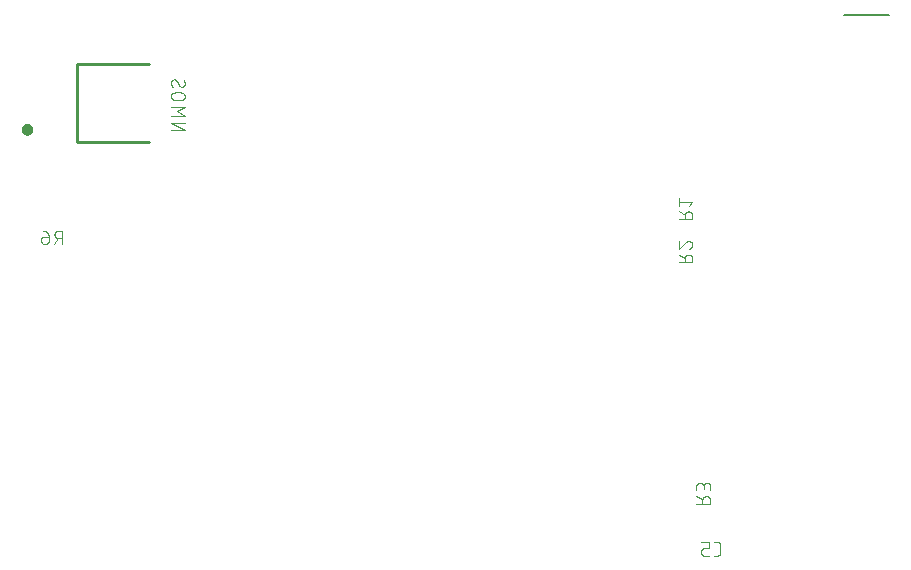
<source format=gbr>
G04 EAGLE Gerber RS-274X export*
G75*
%MOMM*%
%FSLAX34Y34*%
%LPD*%
%INSilkscreen Bottom*%
%IPPOS*%
%AMOC8*
5,1,8,0,0,1.08239X$1,22.5*%
G01*
%ADD10C,0.101600*%
%ADD11C,0.203200*%
%ADD12C,0.254000*%
%ADD13C,0.500000*%


D10*
X592999Y472308D02*
X595596Y472308D01*
X595695Y472310D01*
X595795Y472316D01*
X595894Y472325D01*
X595992Y472338D01*
X596090Y472355D01*
X596188Y472376D01*
X596284Y472401D01*
X596379Y472429D01*
X596473Y472461D01*
X596566Y472496D01*
X596658Y472535D01*
X596748Y472578D01*
X596836Y472623D01*
X596923Y472673D01*
X597007Y472725D01*
X597090Y472781D01*
X597170Y472839D01*
X597248Y472901D01*
X597323Y472966D01*
X597396Y473034D01*
X597466Y473104D01*
X597534Y473177D01*
X597599Y473252D01*
X597661Y473330D01*
X597719Y473410D01*
X597775Y473493D01*
X597827Y473577D01*
X597877Y473664D01*
X597922Y473752D01*
X597965Y473842D01*
X598004Y473934D01*
X598039Y474027D01*
X598071Y474121D01*
X598099Y474216D01*
X598124Y474312D01*
X598145Y474410D01*
X598162Y474508D01*
X598175Y474606D01*
X598184Y474705D01*
X598190Y474805D01*
X598192Y474904D01*
X598192Y481395D01*
X598190Y481494D01*
X598184Y481594D01*
X598175Y481693D01*
X598162Y481791D01*
X598145Y481889D01*
X598124Y481987D01*
X598099Y482083D01*
X598071Y482178D01*
X598039Y482272D01*
X598004Y482365D01*
X597965Y482457D01*
X597922Y482547D01*
X597877Y482635D01*
X597827Y482722D01*
X597775Y482806D01*
X597719Y482889D01*
X597661Y482969D01*
X597599Y483047D01*
X597534Y483122D01*
X597466Y483195D01*
X597396Y483265D01*
X597323Y483333D01*
X597248Y483398D01*
X597170Y483460D01*
X597090Y483518D01*
X597007Y483574D01*
X596923Y483626D01*
X596836Y483676D01*
X596748Y483721D01*
X596658Y483764D01*
X596566Y483803D01*
X596473Y483838D01*
X596379Y483870D01*
X596284Y483898D01*
X596188Y483923D01*
X596090Y483944D01*
X595992Y483961D01*
X595894Y483974D01*
X595795Y483983D01*
X595695Y483989D01*
X595596Y483991D01*
X595596Y483992D02*
X592999Y483992D01*
X588634Y472308D02*
X584739Y472308D01*
X584640Y472310D01*
X584540Y472316D01*
X584441Y472325D01*
X584343Y472338D01*
X584245Y472355D01*
X584147Y472376D01*
X584051Y472401D01*
X583956Y472429D01*
X583862Y472461D01*
X583769Y472496D01*
X583677Y472535D01*
X583587Y472578D01*
X583499Y472623D01*
X583412Y472673D01*
X583328Y472725D01*
X583245Y472781D01*
X583165Y472839D01*
X583087Y472901D01*
X583012Y472966D01*
X582939Y473034D01*
X582869Y473104D01*
X582801Y473177D01*
X582736Y473252D01*
X582674Y473330D01*
X582616Y473410D01*
X582560Y473493D01*
X582508Y473577D01*
X582458Y473664D01*
X582413Y473752D01*
X582370Y473842D01*
X582331Y473934D01*
X582296Y474027D01*
X582264Y474121D01*
X582236Y474216D01*
X582211Y474312D01*
X582190Y474410D01*
X582173Y474508D01*
X582160Y474606D01*
X582151Y474705D01*
X582145Y474805D01*
X582143Y474904D01*
X582143Y476203D01*
X582145Y476302D01*
X582151Y476402D01*
X582160Y476501D01*
X582173Y476599D01*
X582190Y476697D01*
X582211Y476795D01*
X582236Y476891D01*
X582264Y476986D01*
X582296Y477080D01*
X582331Y477173D01*
X582370Y477265D01*
X582413Y477355D01*
X582458Y477443D01*
X582508Y477530D01*
X582560Y477614D01*
X582616Y477697D01*
X582674Y477777D01*
X582736Y477855D01*
X582801Y477930D01*
X582869Y478003D01*
X582939Y478073D01*
X583012Y478141D01*
X583087Y478206D01*
X583165Y478268D01*
X583245Y478326D01*
X583328Y478382D01*
X583412Y478434D01*
X583499Y478484D01*
X583587Y478529D01*
X583677Y478572D01*
X583769Y478611D01*
X583862Y478646D01*
X583956Y478678D01*
X584051Y478706D01*
X584147Y478731D01*
X584245Y478752D01*
X584343Y478769D01*
X584441Y478782D01*
X584540Y478791D01*
X584640Y478797D01*
X584739Y478799D01*
X588634Y478799D01*
X588634Y483992D01*
X582143Y483992D01*
D11*
X702850Y930600D02*
X740950Y930600D01*
D10*
X574692Y757345D02*
X563008Y757345D01*
X574692Y757345D02*
X574692Y760590D01*
X574690Y760703D01*
X574684Y760816D01*
X574674Y760929D01*
X574660Y761042D01*
X574643Y761154D01*
X574621Y761265D01*
X574596Y761375D01*
X574566Y761485D01*
X574533Y761593D01*
X574496Y761700D01*
X574456Y761806D01*
X574411Y761910D01*
X574363Y762013D01*
X574312Y762114D01*
X574257Y762213D01*
X574199Y762310D01*
X574137Y762405D01*
X574072Y762498D01*
X574004Y762588D01*
X573933Y762676D01*
X573858Y762762D01*
X573781Y762845D01*
X573701Y762925D01*
X573618Y763002D01*
X573532Y763077D01*
X573444Y763148D01*
X573354Y763216D01*
X573261Y763281D01*
X573166Y763343D01*
X573069Y763401D01*
X572970Y763456D01*
X572869Y763507D01*
X572766Y763555D01*
X572662Y763600D01*
X572556Y763640D01*
X572449Y763677D01*
X572341Y763710D01*
X572231Y763740D01*
X572121Y763765D01*
X572010Y763787D01*
X571898Y763804D01*
X571785Y763818D01*
X571672Y763828D01*
X571559Y763834D01*
X571446Y763836D01*
X571333Y763834D01*
X571220Y763828D01*
X571107Y763818D01*
X570994Y763804D01*
X570882Y763787D01*
X570771Y763765D01*
X570661Y763740D01*
X570551Y763710D01*
X570443Y763677D01*
X570336Y763640D01*
X570230Y763600D01*
X570126Y763555D01*
X570023Y763507D01*
X569922Y763456D01*
X569823Y763401D01*
X569726Y763343D01*
X569631Y763281D01*
X569538Y763216D01*
X569448Y763148D01*
X569360Y763077D01*
X569274Y763002D01*
X569191Y762925D01*
X569111Y762845D01*
X569034Y762762D01*
X568959Y762676D01*
X568888Y762588D01*
X568820Y762498D01*
X568755Y762405D01*
X568693Y762310D01*
X568635Y762213D01*
X568580Y762114D01*
X568529Y762013D01*
X568481Y761910D01*
X568436Y761806D01*
X568396Y761700D01*
X568359Y761593D01*
X568326Y761485D01*
X568296Y761375D01*
X568271Y761265D01*
X568249Y761154D01*
X568232Y761042D01*
X568218Y760929D01*
X568208Y760816D01*
X568202Y760703D01*
X568200Y760590D01*
X568201Y760590D02*
X568201Y757345D01*
X568201Y761239D02*
X563008Y763836D01*
X572096Y768701D02*
X574692Y771946D01*
X563008Y771946D01*
X563008Y768701D02*
X563008Y775192D01*
X563008Y720845D02*
X574692Y720845D01*
X574692Y724090D01*
X574690Y724203D01*
X574684Y724316D01*
X574674Y724429D01*
X574660Y724542D01*
X574643Y724654D01*
X574621Y724765D01*
X574596Y724875D01*
X574566Y724985D01*
X574533Y725093D01*
X574496Y725200D01*
X574456Y725306D01*
X574411Y725410D01*
X574363Y725513D01*
X574312Y725614D01*
X574257Y725713D01*
X574199Y725810D01*
X574137Y725905D01*
X574072Y725998D01*
X574004Y726088D01*
X573933Y726176D01*
X573858Y726262D01*
X573781Y726345D01*
X573701Y726425D01*
X573618Y726502D01*
X573532Y726577D01*
X573444Y726648D01*
X573354Y726716D01*
X573261Y726781D01*
X573166Y726843D01*
X573069Y726901D01*
X572970Y726956D01*
X572869Y727007D01*
X572766Y727055D01*
X572662Y727100D01*
X572556Y727140D01*
X572449Y727177D01*
X572341Y727210D01*
X572231Y727240D01*
X572121Y727265D01*
X572010Y727287D01*
X571898Y727304D01*
X571785Y727318D01*
X571672Y727328D01*
X571559Y727334D01*
X571446Y727336D01*
X571333Y727334D01*
X571220Y727328D01*
X571107Y727318D01*
X570994Y727304D01*
X570882Y727287D01*
X570771Y727265D01*
X570661Y727240D01*
X570551Y727210D01*
X570443Y727177D01*
X570336Y727140D01*
X570230Y727100D01*
X570126Y727055D01*
X570023Y727007D01*
X569922Y726956D01*
X569823Y726901D01*
X569726Y726843D01*
X569631Y726781D01*
X569538Y726716D01*
X569448Y726648D01*
X569360Y726577D01*
X569274Y726502D01*
X569191Y726425D01*
X569111Y726345D01*
X569034Y726262D01*
X568959Y726176D01*
X568888Y726088D01*
X568820Y725998D01*
X568755Y725905D01*
X568693Y725810D01*
X568635Y725713D01*
X568580Y725614D01*
X568529Y725513D01*
X568481Y725410D01*
X568436Y725306D01*
X568396Y725200D01*
X568359Y725093D01*
X568326Y724985D01*
X568296Y724875D01*
X568271Y724765D01*
X568249Y724654D01*
X568232Y724542D01*
X568218Y724429D01*
X568208Y724316D01*
X568202Y724203D01*
X568200Y724090D01*
X568201Y724090D02*
X568201Y720845D01*
X568201Y724739D02*
X563008Y727336D01*
X571771Y738692D02*
X571878Y738690D01*
X571984Y738684D01*
X572090Y738674D01*
X572196Y738661D01*
X572302Y738643D01*
X572406Y738622D01*
X572510Y738597D01*
X572613Y738568D01*
X572714Y738536D01*
X572814Y738499D01*
X572913Y738459D01*
X573011Y738416D01*
X573107Y738369D01*
X573201Y738318D01*
X573293Y738264D01*
X573383Y738207D01*
X573471Y738147D01*
X573556Y738083D01*
X573639Y738016D01*
X573720Y737946D01*
X573798Y737874D01*
X573874Y737798D01*
X573946Y737720D01*
X574016Y737639D01*
X574083Y737556D01*
X574147Y737471D01*
X574207Y737383D01*
X574264Y737293D01*
X574318Y737201D01*
X574369Y737107D01*
X574416Y737011D01*
X574459Y736913D01*
X574499Y736814D01*
X574536Y736714D01*
X574568Y736613D01*
X574597Y736510D01*
X574622Y736406D01*
X574643Y736302D01*
X574661Y736196D01*
X574674Y736090D01*
X574684Y735984D01*
X574690Y735878D01*
X574692Y735771D01*
X574690Y735650D01*
X574684Y735529D01*
X574674Y735409D01*
X574661Y735288D01*
X574643Y735169D01*
X574622Y735049D01*
X574597Y734931D01*
X574568Y734814D01*
X574535Y734697D01*
X574499Y734582D01*
X574458Y734468D01*
X574415Y734355D01*
X574367Y734243D01*
X574316Y734134D01*
X574261Y734026D01*
X574203Y733919D01*
X574142Y733815D01*
X574077Y733713D01*
X574009Y733613D01*
X573938Y733515D01*
X573864Y733419D01*
X573787Y733326D01*
X573706Y733236D01*
X573623Y733148D01*
X573537Y733063D01*
X573448Y732980D01*
X573357Y732901D01*
X573263Y732824D01*
X573167Y732751D01*
X573069Y732681D01*
X572968Y732614D01*
X572865Y732550D01*
X572760Y732490D01*
X572653Y732433D01*
X572545Y732379D01*
X572435Y732329D01*
X572323Y732283D01*
X572210Y732240D01*
X572095Y732201D01*
X569499Y737719D02*
X569576Y737798D01*
X569657Y737874D01*
X569740Y737947D01*
X569825Y738017D01*
X569913Y738084D01*
X570003Y738148D01*
X570095Y738208D01*
X570190Y738265D01*
X570286Y738319D01*
X570384Y738370D01*
X570484Y738417D01*
X570586Y738461D01*
X570689Y738501D01*
X570793Y738537D01*
X570899Y738569D01*
X571005Y738598D01*
X571113Y738623D01*
X571221Y738645D01*
X571331Y738662D01*
X571440Y738676D01*
X571550Y738685D01*
X571661Y738691D01*
X571771Y738693D01*
X569499Y737718D02*
X563008Y732201D01*
X563008Y738692D01*
X578008Y516345D02*
X589692Y516345D01*
X589692Y519590D01*
X589690Y519703D01*
X589684Y519816D01*
X589674Y519929D01*
X589660Y520042D01*
X589643Y520154D01*
X589621Y520265D01*
X589596Y520375D01*
X589566Y520485D01*
X589533Y520593D01*
X589496Y520700D01*
X589456Y520806D01*
X589411Y520910D01*
X589363Y521013D01*
X589312Y521114D01*
X589257Y521213D01*
X589199Y521310D01*
X589137Y521405D01*
X589072Y521498D01*
X589004Y521588D01*
X588933Y521676D01*
X588858Y521762D01*
X588781Y521845D01*
X588701Y521925D01*
X588618Y522002D01*
X588532Y522077D01*
X588444Y522148D01*
X588354Y522216D01*
X588261Y522281D01*
X588166Y522343D01*
X588069Y522401D01*
X587970Y522456D01*
X587869Y522507D01*
X587766Y522555D01*
X587662Y522600D01*
X587556Y522640D01*
X587449Y522677D01*
X587341Y522710D01*
X587231Y522740D01*
X587121Y522765D01*
X587010Y522787D01*
X586898Y522804D01*
X586785Y522818D01*
X586672Y522828D01*
X586559Y522834D01*
X586446Y522836D01*
X586333Y522834D01*
X586220Y522828D01*
X586107Y522818D01*
X585994Y522804D01*
X585882Y522787D01*
X585771Y522765D01*
X585661Y522740D01*
X585551Y522710D01*
X585443Y522677D01*
X585336Y522640D01*
X585230Y522600D01*
X585126Y522555D01*
X585023Y522507D01*
X584922Y522456D01*
X584823Y522401D01*
X584726Y522343D01*
X584631Y522281D01*
X584538Y522216D01*
X584448Y522148D01*
X584360Y522077D01*
X584274Y522002D01*
X584191Y521925D01*
X584111Y521845D01*
X584034Y521762D01*
X583959Y521676D01*
X583888Y521588D01*
X583820Y521498D01*
X583755Y521405D01*
X583693Y521310D01*
X583635Y521213D01*
X583580Y521114D01*
X583529Y521013D01*
X583481Y520910D01*
X583436Y520806D01*
X583396Y520700D01*
X583359Y520593D01*
X583326Y520485D01*
X583296Y520375D01*
X583271Y520265D01*
X583249Y520154D01*
X583232Y520042D01*
X583218Y519929D01*
X583208Y519816D01*
X583202Y519703D01*
X583200Y519590D01*
X583201Y519590D02*
X583201Y516345D01*
X583201Y520239D02*
X578008Y522836D01*
X578008Y527701D02*
X578008Y530946D01*
X578010Y531059D01*
X578016Y531172D01*
X578026Y531285D01*
X578040Y531398D01*
X578057Y531510D01*
X578079Y531621D01*
X578104Y531731D01*
X578134Y531841D01*
X578167Y531949D01*
X578204Y532056D01*
X578244Y532162D01*
X578289Y532266D01*
X578337Y532369D01*
X578388Y532470D01*
X578443Y532569D01*
X578501Y532666D01*
X578563Y532761D01*
X578628Y532854D01*
X578696Y532944D01*
X578767Y533032D01*
X578842Y533118D01*
X578919Y533201D01*
X578999Y533281D01*
X579082Y533358D01*
X579168Y533433D01*
X579256Y533504D01*
X579346Y533572D01*
X579439Y533637D01*
X579534Y533699D01*
X579631Y533757D01*
X579730Y533812D01*
X579831Y533863D01*
X579934Y533911D01*
X580038Y533956D01*
X580144Y533996D01*
X580251Y534033D01*
X580359Y534066D01*
X580469Y534096D01*
X580579Y534121D01*
X580690Y534143D01*
X580802Y534160D01*
X580915Y534174D01*
X581028Y534184D01*
X581141Y534190D01*
X581254Y534192D01*
X581367Y534190D01*
X581480Y534184D01*
X581593Y534174D01*
X581706Y534160D01*
X581818Y534143D01*
X581929Y534121D01*
X582039Y534096D01*
X582149Y534066D01*
X582257Y534033D01*
X582364Y533996D01*
X582470Y533956D01*
X582574Y533911D01*
X582677Y533863D01*
X582778Y533812D01*
X582877Y533757D01*
X582974Y533699D01*
X583069Y533637D01*
X583162Y533572D01*
X583252Y533504D01*
X583340Y533433D01*
X583426Y533358D01*
X583509Y533281D01*
X583589Y533201D01*
X583666Y533118D01*
X583741Y533032D01*
X583812Y532944D01*
X583880Y532854D01*
X583945Y532761D01*
X584007Y532666D01*
X584065Y532569D01*
X584120Y532470D01*
X584171Y532369D01*
X584219Y532266D01*
X584264Y532162D01*
X584304Y532056D01*
X584341Y531949D01*
X584374Y531841D01*
X584404Y531731D01*
X584429Y531621D01*
X584451Y531510D01*
X584468Y531398D01*
X584482Y531285D01*
X584492Y531172D01*
X584498Y531059D01*
X584500Y530946D01*
X589692Y531596D02*
X589692Y527701D01*
X589692Y531596D02*
X589690Y531697D01*
X589684Y531797D01*
X589674Y531897D01*
X589661Y531997D01*
X589643Y532096D01*
X589622Y532195D01*
X589597Y532292D01*
X589568Y532389D01*
X589535Y532484D01*
X589499Y532578D01*
X589459Y532670D01*
X589416Y532761D01*
X589369Y532850D01*
X589319Y532937D01*
X589265Y533023D01*
X589208Y533106D01*
X589148Y533186D01*
X589085Y533265D01*
X589018Y533341D01*
X588949Y533414D01*
X588877Y533484D01*
X588803Y533552D01*
X588726Y533617D01*
X588646Y533678D01*
X588564Y533737D01*
X588480Y533792D01*
X588394Y533844D01*
X588306Y533893D01*
X588216Y533938D01*
X588124Y533980D01*
X588031Y534018D01*
X587936Y534052D01*
X587841Y534083D01*
X587744Y534110D01*
X587646Y534133D01*
X587547Y534153D01*
X587447Y534168D01*
X587347Y534180D01*
X587247Y534188D01*
X587146Y534192D01*
X587046Y534192D01*
X586945Y534188D01*
X586845Y534180D01*
X586745Y534168D01*
X586645Y534153D01*
X586546Y534133D01*
X586448Y534110D01*
X586351Y534083D01*
X586256Y534052D01*
X586161Y534018D01*
X586068Y533980D01*
X585976Y533938D01*
X585886Y533893D01*
X585798Y533844D01*
X585712Y533792D01*
X585628Y533737D01*
X585546Y533678D01*
X585466Y533617D01*
X585389Y533552D01*
X585315Y533484D01*
X585243Y533414D01*
X585174Y533341D01*
X585107Y533265D01*
X585044Y533186D01*
X584984Y533106D01*
X584927Y533023D01*
X584873Y532937D01*
X584823Y532850D01*
X584776Y532761D01*
X584733Y532670D01*
X584693Y532578D01*
X584657Y532484D01*
X584624Y532389D01*
X584595Y532292D01*
X584570Y532195D01*
X584549Y532096D01*
X584531Y531997D01*
X584518Y531897D01*
X584508Y531797D01*
X584502Y531697D01*
X584500Y531596D01*
X584499Y531596D02*
X584499Y528999D01*
X41155Y736008D02*
X41155Y747692D01*
X37910Y747692D01*
X37797Y747690D01*
X37684Y747684D01*
X37571Y747674D01*
X37458Y747660D01*
X37346Y747643D01*
X37235Y747621D01*
X37125Y747596D01*
X37015Y747566D01*
X36907Y747533D01*
X36800Y747496D01*
X36694Y747456D01*
X36590Y747411D01*
X36487Y747363D01*
X36386Y747312D01*
X36287Y747257D01*
X36190Y747199D01*
X36095Y747137D01*
X36002Y747072D01*
X35912Y747004D01*
X35824Y746933D01*
X35738Y746858D01*
X35655Y746781D01*
X35575Y746701D01*
X35498Y746618D01*
X35423Y746532D01*
X35352Y746444D01*
X35284Y746354D01*
X35219Y746261D01*
X35157Y746166D01*
X35099Y746069D01*
X35044Y745970D01*
X34993Y745869D01*
X34945Y745766D01*
X34900Y745662D01*
X34860Y745556D01*
X34823Y745449D01*
X34790Y745341D01*
X34760Y745231D01*
X34735Y745121D01*
X34713Y745010D01*
X34696Y744898D01*
X34682Y744785D01*
X34672Y744672D01*
X34666Y744559D01*
X34664Y744446D01*
X34666Y744333D01*
X34672Y744220D01*
X34682Y744107D01*
X34696Y743994D01*
X34713Y743882D01*
X34735Y743771D01*
X34760Y743661D01*
X34790Y743551D01*
X34823Y743443D01*
X34860Y743336D01*
X34900Y743230D01*
X34945Y743126D01*
X34993Y743023D01*
X35044Y742922D01*
X35099Y742823D01*
X35157Y742726D01*
X35219Y742631D01*
X35284Y742538D01*
X35352Y742448D01*
X35423Y742360D01*
X35498Y742274D01*
X35575Y742191D01*
X35655Y742111D01*
X35738Y742034D01*
X35824Y741959D01*
X35912Y741888D01*
X36002Y741820D01*
X36095Y741755D01*
X36190Y741693D01*
X36287Y741635D01*
X36386Y741580D01*
X36487Y741529D01*
X36590Y741481D01*
X36694Y741436D01*
X36800Y741396D01*
X36907Y741359D01*
X37015Y741326D01*
X37125Y741296D01*
X37235Y741271D01*
X37346Y741249D01*
X37458Y741232D01*
X37571Y741218D01*
X37684Y741208D01*
X37797Y741202D01*
X37910Y741200D01*
X37910Y741201D02*
X41155Y741201D01*
X37261Y741201D02*
X34664Y736008D01*
X29799Y742499D02*
X25904Y742499D01*
X25805Y742497D01*
X25705Y742491D01*
X25606Y742482D01*
X25508Y742469D01*
X25410Y742452D01*
X25312Y742431D01*
X25216Y742406D01*
X25121Y742378D01*
X25027Y742346D01*
X24934Y742311D01*
X24842Y742272D01*
X24752Y742229D01*
X24664Y742184D01*
X24577Y742134D01*
X24493Y742082D01*
X24410Y742026D01*
X24330Y741968D01*
X24252Y741906D01*
X24177Y741841D01*
X24104Y741773D01*
X24034Y741703D01*
X23966Y741630D01*
X23901Y741555D01*
X23839Y741477D01*
X23781Y741397D01*
X23725Y741314D01*
X23673Y741230D01*
X23623Y741143D01*
X23578Y741055D01*
X23535Y740965D01*
X23496Y740873D01*
X23461Y740780D01*
X23429Y740686D01*
X23401Y740591D01*
X23376Y740495D01*
X23355Y740397D01*
X23338Y740299D01*
X23325Y740201D01*
X23316Y740102D01*
X23310Y740002D01*
X23308Y739903D01*
X23308Y739254D01*
X23310Y739141D01*
X23316Y739028D01*
X23326Y738915D01*
X23340Y738802D01*
X23357Y738690D01*
X23379Y738579D01*
X23404Y738469D01*
X23434Y738359D01*
X23467Y738251D01*
X23504Y738144D01*
X23544Y738038D01*
X23589Y737934D01*
X23637Y737831D01*
X23688Y737730D01*
X23743Y737631D01*
X23801Y737534D01*
X23863Y737439D01*
X23928Y737346D01*
X23996Y737256D01*
X24067Y737168D01*
X24142Y737082D01*
X24219Y736999D01*
X24299Y736919D01*
X24382Y736842D01*
X24468Y736767D01*
X24556Y736696D01*
X24646Y736628D01*
X24739Y736563D01*
X24834Y736501D01*
X24931Y736443D01*
X25030Y736388D01*
X25131Y736337D01*
X25234Y736289D01*
X25338Y736244D01*
X25444Y736204D01*
X25551Y736167D01*
X25659Y736134D01*
X25769Y736104D01*
X25879Y736079D01*
X25990Y736057D01*
X26102Y736040D01*
X26215Y736026D01*
X26328Y736016D01*
X26441Y736010D01*
X26554Y736008D01*
X26667Y736010D01*
X26780Y736016D01*
X26893Y736026D01*
X27006Y736040D01*
X27118Y736057D01*
X27229Y736079D01*
X27339Y736104D01*
X27449Y736134D01*
X27557Y736167D01*
X27664Y736204D01*
X27770Y736244D01*
X27874Y736289D01*
X27977Y736337D01*
X28078Y736388D01*
X28177Y736443D01*
X28274Y736501D01*
X28369Y736563D01*
X28462Y736628D01*
X28552Y736696D01*
X28640Y736767D01*
X28726Y736842D01*
X28809Y736919D01*
X28889Y736999D01*
X28966Y737082D01*
X29041Y737168D01*
X29112Y737256D01*
X29180Y737346D01*
X29245Y737439D01*
X29307Y737534D01*
X29365Y737631D01*
X29420Y737730D01*
X29471Y737831D01*
X29519Y737934D01*
X29564Y738038D01*
X29604Y738144D01*
X29641Y738251D01*
X29674Y738359D01*
X29704Y738469D01*
X29729Y738579D01*
X29751Y738690D01*
X29768Y738802D01*
X29782Y738915D01*
X29792Y739028D01*
X29798Y739141D01*
X29800Y739254D01*
X29799Y739254D02*
X29799Y742499D01*
X29797Y742642D01*
X29791Y742785D01*
X29781Y742928D01*
X29767Y743070D01*
X29750Y743212D01*
X29728Y743354D01*
X29703Y743495D01*
X29673Y743635D01*
X29640Y743774D01*
X29603Y743912D01*
X29562Y744049D01*
X29518Y744185D01*
X29469Y744320D01*
X29417Y744453D01*
X29362Y744585D01*
X29302Y744715D01*
X29239Y744844D01*
X29173Y744971D01*
X29103Y745096D01*
X29030Y745218D01*
X28953Y745339D01*
X28873Y745458D01*
X28790Y745574D01*
X28704Y745689D01*
X28615Y745800D01*
X28522Y745910D01*
X28427Y746016D01*
X28328Y746120D01*
X28227Y746221D01*
X28123Y746320D01*
X28017Y746415D01*
X27907Y746508D01*
X27796Y746597D01*
X27681Y746683D01*
X27565Y746766D01*
X27446Y746846D01*
X27325Y746923D01*
X27203Y746996D01*
X27078Y747066D01*
X26951Y747132D01*
X26822Y747195D01*
X26692Y747255D01*
X26560Y747310D01*
X26427Y747362D01*
X26292Y747411D01*
X26156Y747455D01*
X26019Y747496D01*
X25881Y747533D01*
X25742Y747566D01*
X25602Y747596D01*
X25461Y747621D01*
X25319Y747643D01*
X25177Y747660D01*
X25035Y747674D01*
X24892Y747684D01*
X24749Y747690D01*
X24606Y747692D01*
D12*
X54000Y823000D02*
X115000Y823000D01*
X54000Y823000D02*
X54000Y889000D01*
X115000Y889000D01*
D13*
X9411Y833090D02*
X9413Y833189D01*
X9419Y833287D01*
X9429Y833385D01*
X9443Y833483D01*
X9460Y833580D01*
X9482Y833676D01*
X9508Y833771D01*
X9537Y833866D01*
X9570Y833958D01*
X9607Y834050D01*
X9647Y834140D01*
X9692Y834228D01*
X9739Y834314D01*
X9790Y834399D01*
X9845Y834481D01*
X9902Y834561D01*
X9963Y834639D01*
X10027Y834714D01*
X10094Y834786D01*
X10164Y834856D01*
X10236Y834923D01*
X10311Y834987D01*
X10389Y835048D01*
X10469Y835105D01*
X10551Y835160D01*
X10635Y835211D01*
X10722Y835258D01*
X10810Y835303D01*
X10900Y835343D01*
X10992Y835380D01*
X11084Y835413D01*
X11179Y835442D01*
X11274Y835468D01*
X11370Y835490D01*
X11467Y835507D01*
X11565Y835521D01*
X11663Y835531D01*
X11761Y835537D01*
X11860Y835539D01*
X11959Y835537D01*
X12057Y835531D01*
X12155Y835521D01*
X12253Y835507D01*
X12350Y835490D01*
X12446Y835468D01*
X12541Y835442D01*
X12636Y835413D01*
X12728Y835380D01*
X12820Y835343D01*
X12910Y835303D01*
X12998Y835258D01*
X13084Y835211D01*
X13169Y835160D01*
X13251Y835105D01*
X13331Y835048D01*
X13409Y834987D01*
X13484Y834923D01*
X13556Y834856D01*
X13626Y834786D01*
X13693Y834714D01*
X13757Y834639D01*
X13818Y834561D01*
X13875Y834481D01*
X13930Y834399D01*
X13981Y834315D01*
X14028Y834228D01*
X14073Y834140D01*
X14113Y834050D01*
X14150Y833958D01*
X14183Y833866D01*
X14212Y833771D01*
X14238Y833676D01*
X14260Y833580D01*
X14277Y833483D01*
X14291Y833385D01*
X14301Y833287D01*
X14307Y833189D01*
X14309Y833090D01*
X14307Y832991D01*
X14301Y832893D01*
X14291Y832795D01*
X14277Y832697D01*
X14260Y832600D01*
X14238Y832504D01*
X14212Y832409D01*
X14183Y832314D01*
X14150Y832222D01*
X14113Y832130D01*
X14073Y832040D01*
X14028Y831952D01*
X13981Y831866D01*
X13930Y831781D01*
X13875Y831699D01*
X13818Y831619D01*
X13757Y831541D01*
X13693Y831466D01*
X13626Y831394D01*
X13556Y831324D01*
X13484Y831257D01*
X13409Y831193D01*
X13331Y831132D01*
X13251Y831075D01*
X13169Y831020D01*
X13085Y830969D01*
X12998Y830922D01*
X12910Y830877D01*
X12820Y830837D01*
X12728Y830800D01*
X12636Y830767D01*
X12541Y830738D01*
X12446Y830712D01*
X12350Y830690D01*
X12253Y830673D01*
X12155Y830659D01*
X12057Y830649D01*
X11959Y830643D01*
X11860Y830641D01*
X11761Y830643D01*
X11663Y830649D01*
X11565Y830659D01*
X11467Y830673D01*
X11370Y830690D01*
X11274Y830712D01*
X11179Y830738D01*
X11084Y830767D01*
X10992Y830800D01*
X10900Y830837D01*
X10810Y830877D01*
X10722Y830922D01*
X10636Y830969D01*
X10551Y831020D01*
X10469Y831075D01*
X10389Y831132D01*
X10311Y831193D01*
X10236Y831257D01*
X10164Y831324D01*
X10094Y831394D01*
X10027Y831466D01*
X9963Y831541D01*
X9902Y831619D01*
X9845Y831699D01*
X9790Y831781D01*
X9739Y831865D01*
X9692Y831952D01*
X9647Y832040D01*
X9607Y832130D01*
X9570Y832222D01*
X9537Y832314D01*
X9508Y832409D01*
X9482Y832504D01*
X9460Y832600D01*
X9443Y832697D01*
X9429Y832795D01*
X9419Y832893D01*
X9413Y832991D01*
X9411Y833090D01*
D10*
X133278Y832567D02*
X144962Y832567D01*
X133278Y839058D01*
X144962Y839058D01*
X144962Y844871D02*
X133278Y844871D01*
X138471Y848766D02*
X144962Y844871D01*
X138471Y848766D02*
X144962Y852661D01*
X133278Y852661D01*
X136524Y858093D02*
X141716Y858093D01*
X141829Y858095D01*
X141942Y858101D01*
X142055Y858111D01*
X142168Y858125D01*
X142280Y858142D01*
X142391Y858164D01*
X142501Y858189D01*
X142611Y858219D01*
X142719Y858252D01*
X142826Y858289D01*
X142932Y858329D01*
X143036Y858374D01*
X143139Y858422D01*
X143240Y858473D01*
X143339Y858528D01*
X143436Y858586D01*
X143531Y858648D01*
X143624Y858713D01*
X143714Y858781D01*
X143802Y858852D01*
X143888Y858927D01*
X143971Y859004D01*
X144051Y859084D01*
X144128Y859167D01*
X144203Y859253D01*
X144274Y859341D01*
X144342Y859431D01*
X144407Y859524D01*
X144469Y859619D01*
X144527Y859716D01*
X144582Y859815D01*
X144633Y859916D01*
X144681Y860019D01*
X144726Y860123D01*
X144766Y860229D01*
X144803Y860336D01*
X144836Y860444D01*
X144866Y860554D01*
X144891Y860664D01*
X144913Y860775D01*
X144930Y860887D01*
X144944Y861000D01*
X144954Y861113D01*
X144960Y861226D01*
X144962Y861339D01*
X144960Y861452D01*
X144954Y861565D01*
X144944Y861678D01*
X144930Y861791D01*
X144913Y861903D01*
X144891Y862014D01*
X144866Y862124D01*
X144836Y862234D01*
X144803Y862342D01*
X144766Y862449D01*
X144726Y862555D01*
X144681Y862659D01*
X144633Y862762D01*
X144582Y862863D01*
X144527Y862962D01*
X144469Y863059D01*
X144407Y863154D01*
X144342Y863247D01*
X144274Y863337D01*
X144203Y863425D01*
X144128Y863511D01*
X144051Y863594D01*
X143971Y863674D01*
X143888Y863751D01*
X143802Y863826D01*
X143714Y863897D01*
X143624Y863965D01*
X143531Y864030D01*
X143436Y864092D01*
X143339Y864150D01*
X143240Y864205D01*
X143139Y864256D01*
X143036Y864304D01*
X142932Y864349D01*
X142826Y864389D01*
X142719Y864426D01*
X142611Y864459D01*
X142501Y864489D01*
X142391Y864514D01*
X142280Y864536D01*
X142168Y864553D01*
X142055Y864567D01*
X141942Y864577D01*
X141829Y864583D01*
X141716Y864585D01*
X136524Y864585D01*
X136411Y864583D01*
X136298Y864577D01*
X136185Y864567D01*
X136072Y864553D01*
X135960Y864536D01*
X135849Y864514D01*
X135739Y864489D01*
X135629Y864459D01*
X135521Y864426D01*
X135414Y864389D01*
X135308Y864349D01*
X135204Y864304D01*
X135101Y864256D01*
X135000Y864205D01*
X134901Y864150D01*
X134804Y864092D01*
X134709Y864030D01*
X134616Y863965D01*
X134526Y863897D01*
X134438Y863826D01*
X134352Y863751D01*
X134269Y863674D01*
X134189Y863594D01*
X134112Y863511D01*
X134037Y863425D01*
X133966Y863337D01*
X133898Y863247D01*
X133833Y863154D01*
X133771Y863059D01*
X133713Y862962D01*
X133658Y862863D01*
X133607Y862762D01*
X133559Y862659D01*
X133514Y862555D01*
X133474Y862449D01*
X133437Y862342D01*
X133404Y862234D01*
X133374Y862124D01*
X133349Y862014D01*
X133327Y861903D01*
X133310Y861791D01*
X133296Y861678D01*
X133286Y861565D01*
X133280Y861452D01*
X133278Y861339D01*
X133280Y861226D01*
X133286Y861113D01*
X133296Y861000D01*
X133310Y860887D01*
X133327Y860775D01*
X133349Y860664D01*
X133374Y860554D01*
X133404Y860444D01*
X133437Y860336D01*
X133474Y860229D01*
X133514Y860123D01*
X133559Y860019D01*
X133607Y859916D01*
X133658Y859815D01*
X133713Y859716D01*
X133771Y859619D01*
X133833Y859524D01*
X133898Y859431D01*
X133966Y859341D01*
X134037Y859253D01*
X134112Y859167D01*
X134189Y859084D01*
X134269Y859004D01*
X134352Y858927D01*
X134438Y858852D01*
X134526Y858781D01*
X134616Y858713D01*
X134709Y858648D01*
X134804Y858586D01*
X134901Y858528D01*
X135000Y858473D01*
X135101Y858422D01*
X135204Y858374D01*
X135308Y858329D01*
X135414Y858289D01*
X135521Y858252D01*
X135629Y858219D01*
X135739Y858189D01*
X135849Y858164D01*
X135960Y858142D01*
X136072Y858125D01*
X136185Y858111D01*
X136298Y858101D01*
X136411Y858095D01*
X136524Y858093D01*
X133278Y873037D02*
X133280Y873136D01*
X133286Y873236D01*
X133295Y873335D01*
X133308Y873433D01*
X133325Y873531D01*
X133346Y873629D01*
X133371Y873725D01*
X133399Y873820D01*
X133431Y873914D01*
X133466Y874007D01*
X133505Y874099D01*
X133548Y874189D01*
X133593Y874277D01*
X133643Y874364D01*
X133695Y874448D01*
X133751Y874531D01*
X133809Y874611D01*
X133871Y874689D01*
X133936Y874764D01*
X134004Y874837D01*
X134074Y874907D01*
X134147Y874975D01*
X134222Y875040D01*
X134300Y875102D01*
X134380Y875160D01*
X134463Y875216D01*
X134547Y875268D01*
X134634Y875318D01*
X134722Y875363D01*
X134812Y875406D01*
X134904Y875445D01*
X134997Y875480D01*
X135091Y875512D01*
X135186Y875540D01*
X135282Y875565D01*
X135380Y875586D01*
X135478Y875603D01*
X135576Y875616D01*
X135675Y875625D01*
X135775Y875631D01*
X135874Y875633D01*
X133278Y873037D02*
X133280Y872893D01*
X133286Y872748D01*
X133295Y872604D01*
X133308Y872461D01*
X133325Y872317D01*
X133346Y872174D01*
X133371Y872032D01*
X133399Y871891D01*
X133431Y871750D01*
X133467Y871610D01*
X133506Y871471D01*
X133549Y871333D01*
X133596Y871197D01*
X133646Y871061D01*
X133700Y870927D01*
X133757Y870795D01*
X133818Y870664D01*
X133882Y870535D01*
X133950Y870407D01*
X134020Y870281D01*
X134095Y870157D01*
X134172Y870036D01*
X134253Y869916D01*
X134336Y869798D01*
X134423Y869683D01*
X134513Y869570D01*
X134606Y869459D01*
X134701Y869351D01*
X134800Y869245D01*
X134901Y869142D01*
X142366Y869467D02*
X142465Y869469D01*
X142565Y869475D01*
X142664Y869484D01*
X142762Y869497D01*
X142860Y869514D01*
X142958Y869535D01*
X143054Y869560D01*
X143149Y869588D01*
X143243Y869620D01*
X143336Y869655D01*
X143428Y869694D01*
X143518Y869737D01*
X143606Y869782D01*
X143693Y869832D01*
X143777Y869884D01*
X143860Y869940D01*
X143940Y869998D01*
X144018Y870060D01*
X144093Y870125D01*
X144166Y870193D01*
X144236Y870263D01*
X144304Y870336D01*
X144369Y870411D01*
X144431Y870489D01*
X144489Y870569D01*
X144545Y870652D01*
X144597Y870736D01*
X144647Y870823D01*
X144692Y870911D01*
X144735Y871001D01*
X144774Y871093D01*
X144809Y871186D01*
X144841Y871280D01*
X144869Y871375D01*
X144894Y871472D01*
X144915Y871569D01*
X144932Y871667D01*
X144945Y871765D01*
X144954Y871864D01*
X144960Y871964D01*
X144962Y872063D01*
X144960Y872199D01*
X144954Y872335D01*
X144945Y872471D01*
X144932Y872607D01*
X144914Y872742D01*
X144894Y872876D01*
X144869Y873010D01*
X144841Y873144D01*
X144808Y873276D01*
X144773Y873407D01*
X144733Y873538D01*
X144690Y873667D01*
X144644Y873795D01*
X144593Y873921D01*
X144540Y874047D01*
X144482Y874170D01*
X144422Y874292D01*
X144358Y874412D01*
X144290Y874531D01*
X144220Y874647D01*
X144146Y874761D01*
X144069Y874874D01*
X143988Y874984D01*
X140094Y870765D02*
X140147Y870679D01*
X140204Y870595D01*
X140263Y870513D01*
X140326Y870433D01*
X140392Y870356D01*
X140460Y870281D01*
X140532Y870209D01*
X140606Y870140D01*
X140683Y870074D01*
X140762Y870011D01*
X140844Y869951D01*
X140928Y869894D01*
X141014Y869840D01*
X141102Y869790D01*
X141192Y869743D01*
X141283Y869699D01*
X141377Y869660D01*
X141471Y869623D01*
X141567Y869591D01*
X141665Y869562D01*
X141763Y869537D01*
X141862Y869516D01*
X141962Y869498D01*
X142062Y869485D01*
X142163Y869475D01*
X142265Y869469D01*
X142366Y869467D01*
X138146Y874336D02*
X138093Y874422D01*
X138036Y874506D01*
X137977Y874588D01*
X137914Y874668D01*
X137848Y874745D01*
X137780Y874820D01*
X137708Y874892D01*
X137634Y874961D01*
X137557Y875027D01*
X137478Y875090D01*
X137396Y875150D01*
X137312Y875207D01*
X137226Y875261D01*
X137138Y875311D01*
X137048Y875358D01*
X136957Y875402D01*
X136863Y875441D01*
X136769Y875478D01*
X136673Y875510D01*
X136575Y875539D01*
X136477Y875564D01*
X136378Y875585D01*
X136278Y875603D01*
X136178Y875616D01*
X136077Y875626D01*
X135975Y875632D01*
X135874Y875634D01*
X138146Y874335D02*
X140094Y870765D01*
M02*

</source>
